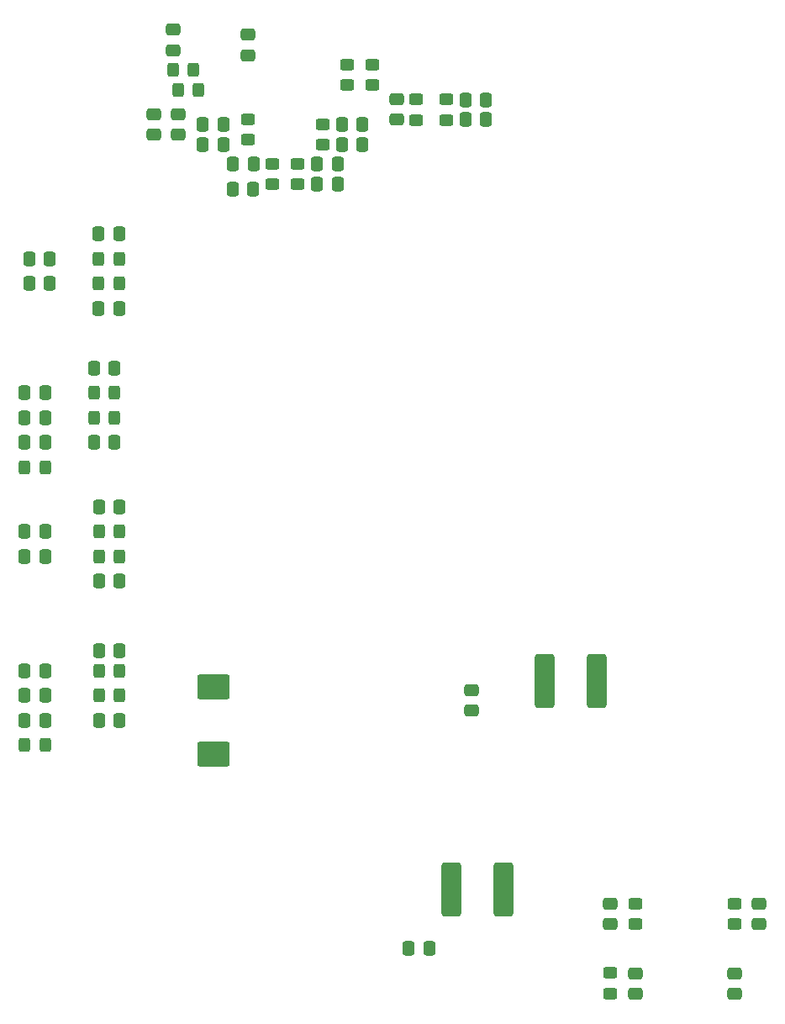
<source format=gbp>
G04 #@! TF.GenerationSoftware,KiCad,Pcbnew,7.0.1*
G04 #@! TF.CreationDate,2023-08-23T10:04:26+02:00*
G04 #@! TF.ProjectId,K_IO_brd,4b5f494f-5f62-4726-942e-6b696361645f,rev?*
G04 #@! TF.SameCoordinates,Original*
G04 #@! TF.FileFunction,Paste,Bot*
G04 #@! TF.FilePolarity,Positive*
%FSLAX46Y46*%
G04 Gerber Fmt 4.6, Leading zero omitted, Abs format (unit mm)*
G04 Created by KiCad (PCBNEW 7.0.1) date 2023-08-23 10:04:26*
%MOMM*%
%LPD*%
G01*
G04 APERTURE LIST*
G04 Aperture macros list*
%AMRoundRect*
0 Rectangle with rounded corners*
0 $1 Rounding radius*
0 $2 $3 $4 $5 $6 $7 $8 $9 X,Y pos of 4 corners*
0 Add a 4 corners polygon primitive as box body*
4,1,4,$2,$3,$4,$5,$6,$7,$8,$9,$2,$3,0*
0 Add four circle primitives for the rounded corners*
1,1,$1+$1,$2,$3*
1,1,$1+$1,$4,$5*
1,1,$1+$1,$6,$7*
1,1,$1+$1,$8,$9*
0 Add four rect primitives between the rounded corners*
20,1,$1+$1,$2,$3,$4,$5,0*
20,1,$1+$1,$4,$5,$6,$7,0*
20,1,$1+$1,$6,$7,$8,$9,0*
20,1,$1+$1,$8,$9,$2,$3,0*%
G04 Aperture macros list end*
%ADD10RoundRect,0.250000X0.337500X0.475000X-0.337500X0.475000X-0.337500X-0.475000X0.337500X-0.475000X0*%
%ADD11RoundRect,0.250000X-0.325000X-0.450000X0.325000X-0.450000X0.325000X0.450000X-0.325000X0.450000X0*%
%ADD12RoundRect,0.250000X0.325000X0.450000X-0.325000X0.450000X-0.325000X-0.450000X0.325000X-0.450000X0*%
%ADD13RoundRect,0.250000X-0.337500X-0.475000X0.337500X-0.475000X0.337500X0.475000X-0.337500X0.475000X0*%
%ADD14RoundRect,0.250000X0.450000X-0.325000X0.450000X0.325000X-0.450000X0.325000X-0.450000X-0.325000X0*%
%ADD15RoundRect,0.249999X0.737501X2.450001X-0.737501X2.450001X-0.737501X-2.450001X0.737501X-2.450001X0*%
%ADD16RoundRect,0.250000X-0.475000X0.337500X-0.475000X-0.337500X0.475000X-0.337500X0.475000X0.337500X0*%
%ADD17RoundRect,0.250000X0.475000X-0.337500X0.475000X0.337500X-0.475000X0.337500X-0.475000X-0.337500X0*%
%ADD18RoundRect,0.250000X-0.450000X0.325000X-0.450000X-0.325000X0.450000X-0.325000X0.450000X0.325000X0*%
%ADD19RoundRect,0.250000X1.400000X1.000000X-1.400000X1.000000X-1.400000X-1.000000X1.400000X-1.000000X0*%
G04 APERTURE END LIST*
D10*
X114537500Y-87000000D03*
X112462500Y-87000000D03*
D11*
X112012500Y-133500000D03*
X114062500Y-133500000D03*
D12*
X121525000Y-84500000D03*
X119475000Y-84500000D03*
D13*
X141462500Y-77000000D03*
X143537500Y-77000000D03*
D14*
X154462500Y-70525000D03*
X154462500Y-68475000D03*
D10*
X114075000Y-126000000D03*
X112000000Y-126000000D03*
D15*
X160275000Y-148000000D03*
X155000000Y-148000000D03*
D10*
X114537500Y-84500000D03*
X112462500Y-84500000D03*
D13*
X143962500Y-73000000D03*
X146037500Y-73000000D03*
D10*
X132037500Y-71000000D03*
X129962500Y-71000000D03*
X121537500Y-89500000D03*
X119462500Y-89500000D03*
X114075000Y-98000000D03*
X112000000Y-98000000D03*
D16*
X173500000Y-156462500D03*
X173500000Y-158537500D03*
D12*
X121562500Y-112000000D03*
X119512500Y-112000000D03*
D10*
X121575000Y-109500000D03*
X119500000Y-109500000D03*
X121537500Y-82000000D03*
X119462500Y-82000000D03*
D13*
X143962500Y-71000000D03*
X146037500Y-71000000D03*
D10*
X135037500Y-77500000D03*
X132962500Y-77500000D03*
X121575000Y-124000000D03*
X119500000Y-124000000D03*
D17*
X134500000Y-64037500D03*
X134500000Y-61962500D03*
X157000000Y-130037500D03*
X157000000Y-127962500D03*
D12*
X121562500Y-114500000D03*
X119512500Y-114500000D03*
D10*
X114075000Y-128500000D03*
X112000000Y-128500000D03*
D12*
X129025000Y-65500000D03*
X126975000Y-65500000D03*
D10*
X121075000Y-95500000D03*
X119000000Y-95500000D03*
X114075000Y-114500000D03*
X112000000Y-114500000D03*
X121075000Y-103000000D03*
X119000000Y-103000000D03*
D14*
X137000000Y-77025000D03*
X137000000Y-74975000D03*
D16*
X186000000Y-149462500D03*
X186000000Y-151537500D03*
D10*
X121575000Y-117000000D03*
X119500000Y-117000000D03*
D13*
X141462500Y-75000000D03*
X143537500Y-75000000D03*
D18*
X147000000Y-64975000D03*
X147000000Y-67025000D03*
D15*
X169637500Y-127000000D03*
X164362500Y-127000000D03*
D16*
X125000000Y-69962500D03*
X125000000Y-72037500D03*
D12*
X121062500Y-100500000D03*
X119012500Y-100500000D03*
X121062500Y-98000000D03*
X119012500Y-98000000D03*
D17*
X127000000Y-63537500D03*
X127000000Y-61462500D03*
D14*
X142000000Y-73000000D03*
X142000000Y-70950000D03*
X151462500Y-70525000D03*
X151462500Y-68475000D03*
D10*
X114075000Y-112000000D03*
X112000000Y-112000000D03*
X114075000Y-100500000D03*
X112000000Y-100500000D03*
X135075000Y-75000000D03*
X133000000Y-75000000D03*
D13*
X150712500Y-154000000D03*
X152787500Y-154000000D03*
D18*
X183500000Y-149475000D03*
X183500000Y-151525000D03*
D12*
X121525000Y-87000000D03*
X119475000Y-87000000D03*
D18*
X144500000Y-64950000D03*
X144500000Y-67000000D03*
D14*
X171000000Y-158500000D03*
X171000000Y-156450000D03*
D11*
X112012500Y-105500000D03*
X114062500Y-105500000D03*
D18*
X173500000Y-149475000D03*
X173500000Y-151525000D03*
D10*
X132037500Y-73000000D03*
X129962500Y-73000000D03*
D14*
X134500000Y-72525000D03*
X134500000Y-70475000D03*
D17*
X149462500Y-70500000D03*
X149462500Y-68425000D03*
D14*
X139500000Y-77025000D03*
X139500000Y-74975000D03*
D12*
X121562500Y-126000000D03*
X119512500Y-126000000D03*
D10*
X121575000Y-131000000D03*
X119500000Y-131000000D03*
D16*
X127500000Y-69962500D03*
X127500000Y-72037500D03*
D13*
X156425000Y-70500000D03*
X158500000Y-70500000D03*
D16*
X171000000Y-149462500D03*
X171000000Y-151537500D03*
D12*
X129525000Y-67500000D03*
X127475000Y-67500000D03*
D13*
X112000000Y-103000000D03*
X114075000Y-103000000D03*
D16*
X183500000Y-156462500D03*
X183500000Y-158537500D03*
D19*
X131000000Y-127600000D03*
X131000000Y-134400000D03*
D13*
X156425000Y-68500000D03*
X158500000Y-68500000D03*
D12*
X121562500Y-128500000D03*
X119512500Y-128500000D03*
D13*
X112000000Y-131000000D03*
X114075000Y-131000000D03*
M02*

</source>
